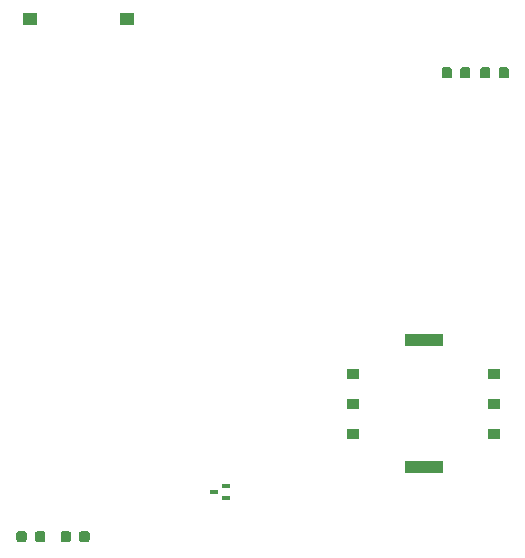
<source format=gbr>
G04 #@! TF.GenerationSoftware,KiCad,Pcbnew,5.99.0-unknown-f1fcf3f~86~ubuntu18.04.1*
G04 #@! TF.CreationDate,2020-01-20T18:37:52-05:00*
G04 #@! TF.ProjectId,module_benchmark_extension_board,6d6f6475-6c65-45f6-9265-6e63686d6172,rev?*
G04 #@! TF.SameCoordinates,Original*
G04 #@! TF.FileFunction,Paste,Top*
G04 #@! TF.FilePolarity,Positive*
%FSLAX46Y46*%
G04 Gerber Fmt 4.6, Leading zero omitted, Abs format (unit mm)*
G04 Created by KiCad (PCBNEW 5.99.0-unknown-f1fcf3f~86~ubuntu18.04.1) date 2020-01-20 18:37:52*
%MOMM*%
%LPD*%
G04 APERTURE LIST*
%ADD10R,0.650000X0.460000*%
%ADD11R,1.100000X0.900000*%
%ADD12R,3.290000X1.000000*%
%ADD13R,1.200000X1.000000*%
G04 APERTURE END LIST*
G36*
X107839962Y-142291651D02*
G01*
X107910930Y-142339070D01*
X107958349Y-142410038D01*
X107975000Y-142493750D01*
X107975000Y-143006250D01*
X107958349Y-143089962D01*
X107910930Y-143160930D01*
X107839962Y-143208349D01*
X107756250Y-143225000D01*
X107318750Y-143225000D01*
X107235038Y-143208349D01*
X107164070Y-143160930D01*
X107116651Y-143089962D01*
X107100000Y-143006250D01*
X107100000Y-142493750D01*
X107116651Y-142410038D01*
X107164070Y-142339070D01*
X107235038Y-142291651D01*
X107318750Y-142275000D01*
X107756250Y-142275000D01*
X107839962Y-142291651D01*
G37*
G36*
X106264962Y-142291651D02*
G01*
X106335930Y-142339070D01*
X106383349Y-142410038D01*
X106400000Y-142493750D01*
X106400000Y-143006250D01*
X106383349Y-143089962D01*
X106335930Y-143160930D01*
X106264962Y-143208349D01*
X106181250Y-143225000D01*
X105743750Y-143225000D01*
X105660038Y-143208349D01*
X105589070Y-143160930D01*
X105541651Y-143089962D01*
X105525000Y-143006250D01*
X105525000Y-142493750D01*
X105541651Y-142410038D01*
X105589070Y-142339070D01*
X105660038Y-142291651D01*
X105743750Y-142275000D01*
X106181250Y-142275000D01*
X106264962Y-142291651D01*
G37*
G36*
X138514962Y-103041651D02*
G01*
X138585930Y-103089070D01*
X138633349Y-103160038D01*
X138650000Y-103243750D01*
X138650000Y-103756250D01*
X138633349Y-103839962D01*
X138585930Y-103910930D01*
X138514962Y-103958349D01*
X138431250Y-103975000D01*
X137993750Y-103975000D01*
X137910038Y-103958349D01*
X137839070Y-103910930D01*
X137791651Y-103839962D01*
X137775000Y-103756250D01*
X137775000Y-103243750D01*
X137791651Y-103160038D01*
X137839070Y-103089070D01*
X137910038Y-103041651D01*
X137993750Y-103025000D01*
X138431250Y-103025000D01*
X138514962Y-103041651D01*
G37*
G36*
X140089962Y-103041651D02*
G01*
X140160930Y-103089070D01*
X140208349Y-103160038D01*
X140225000Y-103243750D01*
X140225000Y-103756250D01*
X140208349Y-103839962D01*
X140160930Y-103910930D01*
X140089962Y-103958349D01*
X140006250Y-103975000D01*
X139568750Y-103975000D01*
X139485038Y-103958349D01*
X139414070Y-103910930D01*
X139366651Y-103839962D01*
X139350000Y-103756250D01*
X139350000Y-103243750D01*
X139366651Y-103160038D01*
X139414070Y-103089070D01*
X139485038Y-103041651D01*
X139568750Y-103025000D01*
X140006250Y-103025000D01*
X140089962Y-103041651D01*
G37*
D10*
X119550000Y-138500000D03*
X119550000Y-139500000D03*
X118500000Y-139000000D03*
G36*
X104089962Y-142291651D02*
G01*
X104160930Y-142339070D01*
X104208349Y-142410038D01*
X104225000Y-142493750D01*
X104225000Y-143006250D01*
X104208349Y-143089962D01*
X104160930Y-143160930D01*
X104089962Y-143208349D01*
X104006250Y-143225000D01*
X103568750Y-143225000D01*
X103485038Y-143208349D01*
X103414070Y-143160930D01*
X103366651Y-143089962D01*
X103350000Y-143006250D01*
X103350000Y-142493750D01*
X103366651Y-142410038D01*
X103414070Y-142339070D01*
X103485038Y-142291651D01*
X103568750Y-142275000D01*
X104006250Y-142275000D01*
X104089962Y-142291651D01*
G37*
G36*
X102514962Y-142291651D02*
G01*
X102585930Y-142339070D01*
X102633349Y-142410038D01*
X102650000Y-142493750D01*
X102650000Y-143006250D01*
X102633349Y-143089962D01*
X102585930Y-143160930D01*
X102514962Y-143208349D01*
X102431250Y-143225000D01*
X101993750Y-143225000D01*
X101910038Y-143208349D01*
X101839070Y-143160930D01*
X101791651Y-143089962D01*
X101775000Y-143006250D01*
X101775000Y-142493750D01*
X101791651Y-142410038D01*
X101839070Y-142339070D01*
X101910038Y-142291651D01*
X101993750Y-142275000D01*
X102431250Y-142275000D01*
X102514962Y-142291651D01*
G37*
G36*
X141764962Y-103041651D02*
G01*
X141835930Y-103089070D01*
X141883349Y-103160038D01*
X141900000Y-103243750D01*
X141900000Y-103756250D01*
X141883349Y-103839962D01*
X141835930Y-103910930D01*
X141764962Y-103958349D01*
X141681250Y-103975000D01*
X141243750Y-103975000D01*
X141160038Y-103958349D01*
X141089070Y-103910930D01*
X141041651Y-103839962D01*
X141025000Y-103756250D01*
X141025000Y-103243750D01*
X141041651Y-103160038D01*
X141089070Y-103089070D01*
X141160038Y-103041651D01*
X141243750Y-103025000D01*
X141681250Y-103025000D01*
X141764962Y-103041651D01*
G37*
G36*
X143339962Y-103041651D02*
G01*
X143410930Y-103089070D01*
X143458349Y-103160038D01*
X143475000Y-103243750D01*
X143475000Y-103756250D01*
X143458349Y-103839962D01*
X143410930Y-103910930D01*
X143339962Y-103958349D01*
X143256250Y-103975000D01*
X142818750Y-103975000D01*
X142735038Y-103958349D01*
X142664070Y-103910930D01*
X142616651Y-103839962D01*
X142600000Y-103756250D01*
X142600000Y-103243750D01*
X142616651Y-103160038D01*
X142664070Y-103089070D01*
X142735038Y-103041651D01*
X142818750Y-103025000D01*
X143256250Y-103025000D01*
X143339962Y-103041651D01*
G37*
D11*
X130270000Y-128960000D03*
X130270000Y-131500000D03*
X130270000Y-134040000D03*
X142220000Y-128960000D03*
X142220000Y-131500000D03*
X142220000Y-134040000D03*
D12*
X136250000Y-126115000D03*
X136250000Y-136885000D03*
D13*
X111140000Y-98950000D03*
X102960000Y-98950000D03*
M02*

</source>
